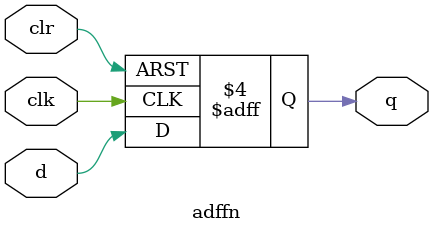
<source format=sv>
module adffn( input d, clk, clr, output reg q );
    initial begin
      q = 0;
    end
	  always @( posedge clk, negedge clr )
		  if ( !clr )
			  q <= 1'b0;
  		else
        q <= d;
endmodule

</source>
